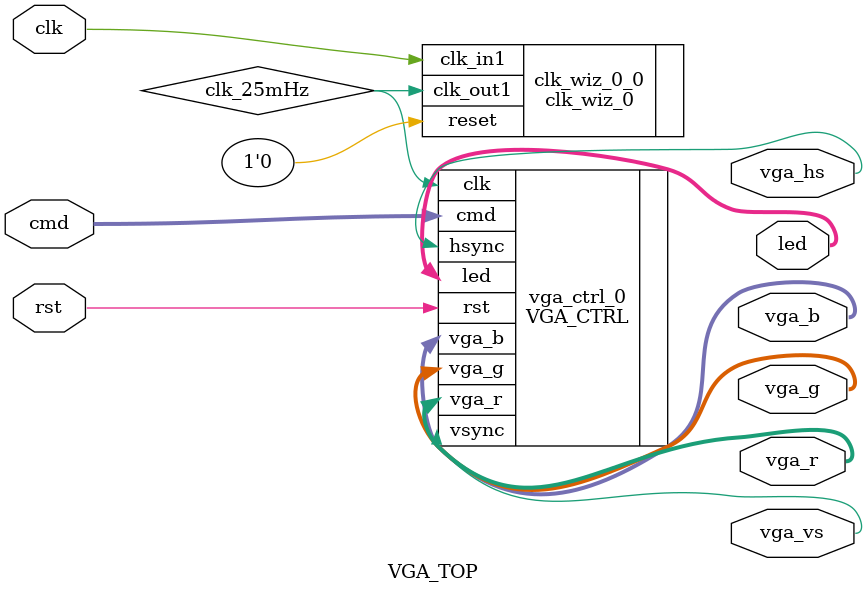
<source format=v>
module VGA_TOP(
	input clk,
	input rst,
	input [2:0]cmd,	
	output vga_hs, 
	output vga_vs, 
	output [3:0] vga_r, 
	output [3:0] vga_g, 
	output [3:0] vga_b,
	output [2:0] led
);

wire clk_25mHz;
wire [9:0] hcount, vcount;

reg [18:0] addr;
wire [7:0] dout;


VGA_CTRL vga_ctrl_0(
	.clk(clk_25mHz), 
	.rst(rst),
	.cmd(cmd),
	.hsync(vga_hs), 
	.vsync(vga_vs), 
	.vga_r(vga_r), 
	.vga_g(vga_g), 
	.vga_b(vga_b),
	.led(led)
	);

clk_wiz_0 clk_wiz_0_0(
		.clk_in1(clk),
		.clk_out1(clk_25mHz),
		.reset(1'b0)
	);
endmodule
</source>
